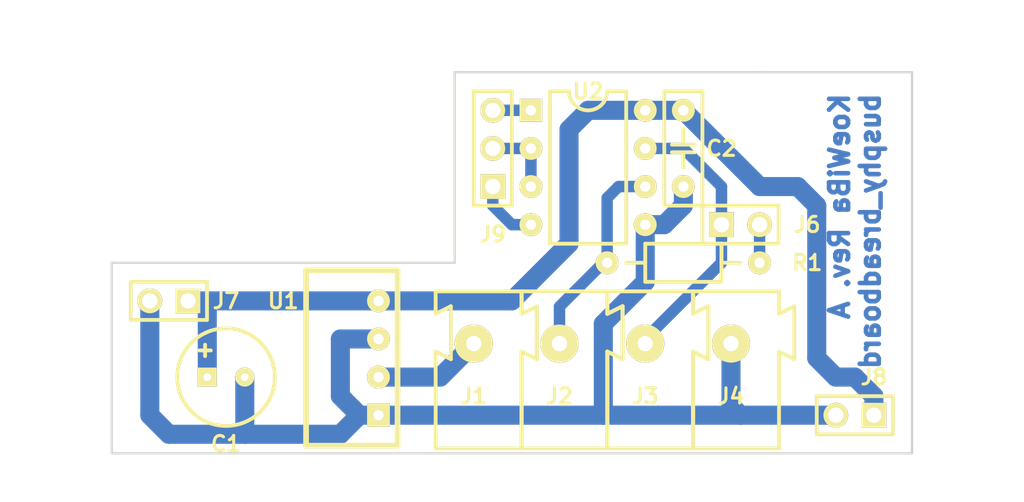
<source format=kicad_pcb>
(kicad_pcb (version 20211014) (generator pcbnew)
  (title_block (title "busphy_breadboard") (rev "A") (company "Koewiba"))
  (layers (0 "F.Cu" signal) (31 "B.Cu" signal) (34 "B.Paste" user) (35 "F.Paste" user) (36 "B.SilkS" user) (37 "F.SilkS" user) (38 "B.Mask" user) (39 "F.Mask" user) (44 "Edge.Cuts" user))
  (net 0 "")
  (net 1 "/+24")
  (net 2 "/Bus-A")
  (net 3 "/Bus-B")
  (net 4 "GND")
  (net 5 "N-000001")
  (net 6 "N-000005")
  (net 7 "N-000006")
  (net 8 "N-000007")
  (net 9 "VCC")
  (footprint "WAGO243" (layer "F.Cu") (at 133.35 126.365)
    (fp_text reference "J1" (at 2.54 6.985) (layer "F.SilkS") (effects (font (size 1.016 1.016) (thickness 0.2032))))
    (fp_text value "CONN_1" hide)
    (fp_line (start 0 1.4986) (end 1.016 0.9906) (layer "F.SilkS") (width 0.254))
    (fp_line (start 5.7404 0) (end 5.7404 1.4986) (layer "F.SilkS") (width 0.254))
    (fp_line (start 5.7404 10.4648) (end 0 10.4648) (layer "F.SilkS") (width 0.254))
    (fp_line (start 6.7564 4.5212) (end 5.7404 4.0132) (layer "F.SilkS") (width 0.254))
    (fp_line (start 1.016 4.5212) (end 0 4.0132) (layer "F.SilkS") (width 0.254))
    (fp_line (start 0 0) (end 5.7404 0) (layer "F.SilkS") (width 0.254))
    (fp_line (start 5.7404 10.4648) (end 5.7404 4.0132) (layer "F.SilkS") (width 0.254))
    (fp_line (start 6.7564 0.9906) (end 6.7564 4.5212) (layer "F.SilkS") (width 0.254))
    (fp_line (start 0 0) (end 0 1.4986) (layer "F.SilkS") (width 0.254))
    (fp_line (start 5.7404 1.4986) (end 6.7564 0.9906) (layer "F.SilkS") (width 0.254))
    (fp_line (start 0 10.4648) (end 0 4.0132) (layer "F.SilkS") (width 0.254))
    (fp_line (start 1.016 0.9906) (end 1.016 4.5212) (layer "F.SilkS") (width 0.254))
    (pad "1" thru_hole circle locked (at 2.54 3.4798) (size 2.54 2.54) (drill 1.016) (layers *.Cu *.Mask "F.SilkS") (net 1 "/+24"))
  )
  (footprint "WAGO243" (layer "F.Cu") (at 139.065 126.365)
    (fp_text reference "J2" (at 2.54 6.985) (layer "F.SilkS") (effects (font (size 1.016 1.016) (thickness 0.2032))))
    (fp_text value "CONN_1" hide)
    (fp_line (start 1.016 0.9906) (end 1.016 4.5212) (layer "F.SilkS") (width 0.254))
    (fp_line (start 1.016 4.5212) (end 0 4.0132) (layer "F.SilkS") (width 0.254))
    (fp_line (start 0 0) (end 0 1.4986) (layer "F.SilkS") (width 0.254))
    (fp_line (start 0 1.4986) (end 1.016 0.9906) (layer "F.SilkS") (width 0.254))
    (fp_line (start 5.7404 0) (end 5.7404 1.4986) (layer "F.SilkS") (width 0.254))
    (fp_line (start 0 0) (end 5.7404 0) (layer "F.SilkS") (width 0.254))
    (fp_line (start 0 10.4648) (end 0 4.0132) (layer "F.SilkS") (width 0.254))
    (fp_line (start 5.7404 10.4648) (end 5.7404 4.0132) (layer "F.SilkS") (width 0.254))
    (fp_line (start 6.7564 0.9906) (end 6.7564 4.5212) (layer "F.SilkS") (width 0.254))
    (fp_line (start 6.7564 4.5212) (end 5.7404 4.0132) (layer "F.SilkS") (width 0.254))
    (fp_line (start 5.7404 1.4986) (end 6.7564 0.9906) (layer "F.SilkS") (width 0.254))
    (fp_line (start 5.7404 10.4648) (end 0 10.4648) (layer "F.SilkS") (width 0.254))
    (pad "1" thru_hole circle locked (at 2.54 3.4798) (size 2.54 2.54) (drill 1.016) (layers *.Cu *.Mask "F.SilkS") (net 2 "/Bus-A"))
  )
  (footprint "WAGO243" (layer "F.Cu") (at 144.78 126.365)
    (fp_text reference "J3" (at 2.54 6.985) (layer "F.SilkS") (effects (font (size 1.016 1.016) (thickness 0.2032))))
    (fp_text value "CONN_1" hide)
    (fp_line (start 5.7404 10.4648) (end 5.7404 4.0132) (layer "F.SilkS") (width 0.254))
    (fp_line (start 1.016 4.5212) (end 0 4.0132) (layer "F.SilkS") (width 0.254))
    (fp_line (start 5.7404 10.4648) (end 0 10.4648) (layer "F.SilkS") (width 0.254))
    (fp_line (start 5.7404 0) (end 5.7404 1.4986) (layer "F.SilkS") (width 0.254))
    (fp_line (start 0 0) (end 0 1.4986) (layer "F.SilkS") (width 0.254))
    (fp_line (start 0 10.4648) (end 0 4.0132) (layer "F.SilkS") (width 0.254))
    (fp_line (start 0 1.4986) (end 1.016 0.9906) (layer "F.SilkS") (width 0.254))
    (fp_line (start 5.7404 1.4986) (end 6.7564 0.9906) (layer "F.SilkS") (width 0.254))
    (fp_line (start 1.016 0.9906) (end 1.016 4.5212) (layer "F.SilkS") (width 0.254))
    (fp_line (start 6.7564 4.5212) (end 5.7404 4.0132) (layer "F.SilkS") (width 0.254))
    (fp_line (start 6.7564 0.9906) (end 6.7564 4.5212) (layer "F.SilkS") (width 0.254))
    (fp_line (start 0 0) (end 5.7404 0) (layer "F.SilkS") (width 0.254))
    (pad "1" thru_hole circle locked (at 2.54 3.4798) (size 2.54 2.54) (drill 1.016) (layers *.Cu *.Mask "F.SilkS") (net 3 "/Bus-B"))
  )
  (footprint "WAGO243" (layer "F.Cu") (at 150.495 126.365)
    (fp_text reference "J4" (at 2.54 6.985) (layer "F.SilkS") (effects (font (size 1.016 1.016) (thickness 0.2032))))
    (fp_text value "CONN_1" hide)
    (fp_line (start 0 0) (end 5.7404 0) (layer "F.SilkS") (width 0.254))
    (fp_line (start 0 1.4986) (end 1.016 0.9906) (layer "F.SilkS") (width 0.254))
    (fp_line (start 5.7404 10.4648) (end 5.7404 4.0132) (layer "F.SilkS") (width 0.254))
    (fp_line (start 6.7564 0.9906) (end 6.7564 4.5212) (layer "F.SilkS") (width 0.254))
    (fp_line (start 5.7404 0) (end 5.7404 1.4986) (layer "F.SilkS") (width 0.254))
    (fp_line (start 0 10.4648) (end 0 4.0132) (layer "F.SilkS") (width 0.254))
    (fp_line (start 5.7404 1.4986) (end 6.7564 0.9906) (layer "F.SilkS") (width 0.254))
    (fp_line (start 0 0) (end 0 1.4986) (layer "F.SilkS") (width 0.254))
    (fp_line (start 5.7404 10.4648) (end 0 10.4648) (layer "F.SilkS") (width 0.254))
    (fp_line (start 1.016 0.9906) (end 1.016 4.5212) (layer "F.SilkS") (width 0.254))
    (fp_line (start 6.7564 4.5212) (end 5.7404 4.0132) (layer "F.SilkS") (width 0.254))
    (fp_line (start 1.016 4.5212) (end 0 4.0132) (layer "F.SilkS") (width 0.254))
    (pad "1" thru_hole circle locked (at 2.54 3.4798) (size 2.54 2.54) (drill 1.016) (layers *.Cu *.Mask "F.SilkS") (net 4 "GND"))
  )
  (footprint "HEADER_3x1" (layer "F.Cu") (at 137.16 119.38 90)
    (fp_text reference "J9" (at -3.175 0 180) (layer "F.SilkS") (effects (font (size 1.016 1.016) (thickness 0.2032))))
    (fp_text value "CONN_3X1" hide)
    (fp_line (start 6.35 1.27) (end -1.27 1.27) (layer "F.SilkS") (width 0.254))
    (fp_line (start 6.35 -1.27) (end 6.35 1.27) (layer "F.SilkS") (width 0.254))
    (fp_line (start -1.27 1.27) (end -1.27 -1.27) (layer "F.SilkS") (width 0.254))
    (fp_line (start -1.27 -1.27) (end 6.35 -1.27) (layer "F.SilkS") (width 0.254))
    (pad "1" thru_hole rect locked (at 0 0 90) (size 1.651 1.651) (drill 1.016) (layers *.Cu *.Mask "F.SilkS") (net 7 "N-000006"))
    (pad "2" thru_hole circle locked (at 2.54 0 90) (size 1.651 1.651) (drill 1.016) (layers *.Cu *.Mask "F.SilkS") (net 5 "N-000001"))
    (pad "3" thru_hole circle locked (at 5.08 0 90) (size 1.651 1.651) (drill 1.016) (layers *.Cu *.Mask "F.SilkS") (net 6 "N-000005"))
  )
  (footprint "HEADER_2x1" (layer "F.Cu") (at 152.4 121.92)
    (fp_text reference "J6" (at 5.715 0) (layer "F.SilkS") (effects (font (size 1.016 1.016) (thickness 0.2032))))
    (fp_text value "JUMPER" hide)
    (fp_line (start -1.27 1.27) (end -1.27 -1.27) (layer "F.SilkS") (width 0.254))
    (fp_line (start 3.81 1.27) (end -1.27 1.27) (layer "F.SilkS") (width 0.254))
    (fp_line (start -1.27 -1.27) (end 3.81 -1.27) (layer "F.SilkS") (width 0.254))
    (fp_line (start 3.81 -1.27) (end 3.81 1.27) (layer "F.SilkS") (width 0.254))
    (pad "1" thru_hole rect locked (at 0 0) (size 1.651 1.651) (drill 1.016) (layers *.Cu *.Mask "F.SilkS") (net 3 "/Bus-B"))
    (pad "2" thru_hole circle locked (at 2.54 0) (size 1.651 1.651) (drill 1.016) (layers *.Cu *.Mask "F.SilkS") (net 8 "N-000007"))
  )
  (footprint "HEADER_2x1" (layer "F.Cu") (at 116.84 127 180)
    (fp_text reference "J7" (at -2.54 0 180) (layer "F.SilkS") (effects (font (size 1.016 1.016) (thickness 0.2032))))
    (fp_text value "CONN_2X1" hide)
    (fp_line (start -1.27 1.27) (end -1.27 -1.27) (layer "F.SilkS") (width 0.254))
    (fp_line (start 3.81 -1.27) (end 3.81 1.27) (layer "F.SilkS") (width 0.254))
    (fp_line (start -1.27 -1.27) (end 3.81 -1.27) (layer "F.SilkS") (width 0.254))
    (fp_line (start 3.81 1.27) (end -1.27 1.27) (layer "F.SilkS") (width 0.254))
    (pad "1" thru_hole rect locked (at 0 0 180) (size 1.651 1.651) (drill 1.016) (layers *.Cu *.Mask "F.SilkS") (net 9 "VCC"))
    (pad "2" thru_hole circle locked (at 2.54 0 180) (size 1.651 1.651) (drill 1.016) (layers *.Cu *.Mask "F.SilkS") (net 4 "GND"))
  )
  (footprint "HEADER_2x1" (layer "F.Cu") (at 162.56 134.62 180)
    (fp_text reference "J8" (at 0 2.54 180) (layer "F.SilkS") (effects (font (size 1.016 1.016) (thickness 0.2032))))
    (fp_text value "CONN_2X1" hide)
    (fp_line (start -1.27 1.27) (end -1.27 -1.27) (layer "F.SilkS") (width 0.254))
    (fp_line (start -1.27 -1.27) (end 3.81 -1.27) (layer "F.SilkS") (width 0.254))
    (fp_line (start 3.81 1.27) (end -1.27 1.27) (layer "F.SilkS") (width 0.254))
    (fp_line (start 3.81 -1.27) (end 3.81 1.27) (layer "F.SilkS") (width 0.254))
    (pad "1" thru_hole rect locked (at 0 0 180) (size 1.651 1.651) (drill 1.016) (layers *.Cu *.Mask "F.SilkS") (net 9 "VCC"))
    (pad "2" thru_hole circle locked (at 2.54 0 180) (size 1.651 1.651) (drill 1.016) (layers *.Cu *.Mask "F.SilkS") (net 4 "GND"))
  )
  (footprint "DIP8" (layer "F.Cu") (at 139.7 114.3 -90)
    (fp_text reference "U2" (at -1.27 -3.81) (layer "F.SilkS") (effects (font (size 1.016 1.016) (thickness 0.2032))))
    (fp_text value "MAX487" hide)
    (fp_line (start -1.27 -1.27) (end -1.27 -2.54) (layer "F.SilkS") (width 0.254))
    (fp_line (start -1.27 -6.35) (end 8.89 -6.35) (layer "F.SilkS") (width 0.254))
    (fp_line (start 8.89 -1.27) (end -1.27 -1.27) (layer "F.SilkS") (width 0.254))
    (fp_line (start 8.89 -6.35) (end 8.89 -1.27) (layer "F.SilkS") (width 0.254))
    (fp_line (start -1.27 -5.08) (end -1.27 -6.35) (layer "F.SilkS") (width 0.254))
    (fp_arc (start -1.27 -5.08) (mid -0.371974 -4.708026) (end 0 -3.81) (layer "F.SilkS") (width 0.254))
    (fp_arc (start 0 -3.81) (mid -0.371974 -2.911974) (end -1.27 -2.54) (layer "F.SilkS") (width 0.254))
    (pad "1" thru_hole rect locked (at 0 0 270) (size 1.524 1.524) (drill 0.6858) (layers *.Cu *.Mask "F.SilkS") (net 6 "N-000005"))
    (pad "2" thru_hole circle locked (at 2.54 0 270) (size 1.524 1.524) (drill 0.6858) (layers *.Cu *.Mask "F.SilkS") (net 5 "N-000001"))
    (pad "3" thru_hole circle locked (at 5.08 0 270) (size 1.524 1.524) (drill 0.6858) (layers *.Cu *.Mask "F.SilkS") (net 5 "N-000001"))
    (pad "4" thru_hole circle locked (at 7.62 0 270) (size 1.524 1.524) (drill 0.6858) (layers *.Cu *.Mask "F.SilkS") (net 7 "N-000006"))
    (pad "5" thru_hole circle locked (at 7.62 -7.62 270) (size 1.524 1.524) (drill 0.6858) (layers *.Cu *.Mask "F.SilkS") (net 4 "GND"))
    (pad "6" thru_hole circle locked (at 5.08 -7.62 270) (size 1.524 1.524) (drill 0.6858) (layers *.Cu *.Mask "F.SilkS") (net 2 "/Bus-A"))
    (pad "7" thru_hole circle locked (at 2.54 -7.62 270) (size 1.524 1.524) (drill 0.6858) (layers *.Cu *.Mask "F.SilkS") (net 3 "/Bus-B"))
    (pad "8" thru_hole circle locked (at 0 -7.62 270) (size 1.524 1.524) (drill 0.6858) (layers *.Cu *.Mask "F.SilkS") (net 9 "VCC"))
  )
  (footprint "cp_r_2.5_6.5" (layer "F.Cu") (at 119.38 132.08)
    (fp_text reference "C1" (at 0 4.445) (layer "F.SilkS") (effects (font (size 1.016 1.016) (thickness 0.2032))))
    (fp_text value "10µF" hide)
    (fp_line (start -1.778 -1.778) (end -1.016 -1.778) (layer "F.SilkS") (width 0.254))
    (fp_line (start -1.397 -1.397) (end -1.397 -2.159) (layer "F.SilkS") (width 0.254))
    (fp_circle (center 0 0) (end 3.2512 0) (layer "F.SilkS") (width 0.254) (fill none))
    (pad "1" thru_hole rect locked (at -1.24968 0) (size 1.27 1.27) (drill 0.508) (layers *.Cu *.Mask "F.SilkS") (net 9 "VCC"))
    (pad "2" thru_hole circle locked (at 1.24968 0) (size 1.27 1.27) (drill 0.508) (layers *.Cu *.Mask "F.SilkS") (net 4 "GND"))
  )
  (footprint "C200" (layer "F.Cu") (at 149.86 114.3 -90)
    (fp_text reference "C2" (at 2.54 -2.54) (layer "F.SilkS") (effects (font (size 1.016 1.016) (thickness 0.2032))))
    (fp_text value "100nF" hide)
    (fp_line (start 6.35 1.27) (end 6.35 -1.27) (layer "F.SilkS") (width 0.254))
    (fp_line (start 6.35 -1.27) (end -1.27 -1.27) (layer "F.SilkS") (width 0.254))
    (fp_line (start 2.794 -0.762) (end 2.794 0.762) (layer "F.SilkS") (width 0.254))
    (fp_line (start 2.286 -0.762) (end 2.286 0.762) (layer "F.SilkS") (width 0.254))
    (fp_line (start -1.27 1.27) (end 6.35 1.27) (layer "F.SilkS") (width 0.254))
    (fp_line (start -1.27 -1.27) (end -1.27 1.27) (layer "F.SilkS") (width 0.254))
    (fp_line (start 2.794 0) (end 3.81 0) (layer "F.SilkS") (width 0.254))
    (fp_line (start 2.286 0) (end 1.27 0) (layer "F.SilkS") (width 0.254))
    (pad "1" thru_hole circle locked (at 0 0 270) (size 1.524 1.524) (drill 0.6858) (layers *.Cu *.Mask "F.SilkS") (net 9 "VCC"))
    (pad "2" thru_hole circle locked (at 5.08 0 270) (size 1.524 1.524) (drill 0.6858) (layers *.Cu *.Mask "F.SilkS") (net 4 "GND"))
  )
  (footprint "AM1S-XXXX_SIL4" (layer "F.Cu") (at 129.54 134.62 90)
    (fp_text reference "U1" (at 7.62 -6.35 180) (layer "F.SilkS") (effects (font (size 1.016 1.016) (thickness 0.2032))))
    (fp_text value "AM1S-2405" hide)
    (fp_line (start 9.652 1.27) (end 9.652 -4.826) (layer "F.SilkS") (width 0.381))
    (fp_line (start -2.032 -4.826) (end -2.032 1.27) (layer "F.SilkS") (width 0.381))
    (fp_line (start 9.652 -4.826) (end -2.032 -4.826) (layer "F.SilkS") (width 0.381))
    (fp_line (start -2.032 1.27) (end 9.652 1.27) (layer "F.SilkS") (width 0.381))
    (pad "1" thru_hole rect locked (at 0 0 90) (size 1.524 1.524) (drill 0.6858) (layers *.Cu *.Mask "F.SilkS") (net 4 "GND"))
    (pad "2" thru_hole circle locked (at 2.54 0 90) (size 1.524 1.524) (drill 0.6858) (layers *.Cu *.Mask "F.SilkS") (net 1 "/+24"))
    (pad "3" thru_hole circle locked (at 5.08 0 90) (size 1.524 1.524) (drill 0.6858) (layers *.Cu *.Mask "F.SilkS") (net 4 "GND"))
    (pad "4" thru_hole circle locked (at 7.62 0 90) (size 1.524 1.524) (drill 0.6858) (layers *.Cu *.Mask "F.SilkS") (net 9 "VCC"))
  )
  (footprint "R400" (layer "F.Cu") (at 144.78 124.46)
    (fp_text reference "R1" (at 13.335 0) (layer "F.SilkS") (effects (font (size 1.016 1.016) (thickness 0.2032))))
    (fp_text value "120R" hide)
    (fp_line (start 2.54 0) (end 1.27 0) (layer "F.SilkS") (width 0.254))
    (fp_line (start 7.62 1.27) (end 2.54 1.27) (layer "F.SilkS") (width 0.254))
    (fp_line (start 7.62 -1.27) (end 7.62 0) (layer "F.SilkS") (width 0.254))
    (fp_line (start 7.62 -1.27) (end 7.62 1.27) (layer "F.SilkS") (width 0.254))
    (fp_line (start 2.54 1.27) (end 2.54 -1.27) (layer "F.SilkS") (width 0.254))
    (fp_line (start 7.62 0) (end 8.89 0) (layer "F.SilkS") (width 0.254))
    (fp_line (start 2.54 -1.27) (end 7.62 -1.27) (layer "F.SilkS") (width 0.254))
    (pad "1" thru_hole circle locked (at 0 0) (size 1.524 1.524) (drill 0.6858) (layers *.Cu *.Mask "F.SilkS") (net 2 "/Bus-A"))
    (pad "2" thru_hole circle locked (at 10.16 0) (size 1.524 1.524) (drill 0.6858) (layers *.Cu *.Mask "F.SilkS") (net 8 "N-000007"))
  )
  (gr_line (start 154.94 111.76) (end 134.62 111.76) (layer "Edge.Cuts") (width 0.15))
  (gr_line (start 111.76 137.16) (end 111.76 124.46) (layer "Edge.Cuts") (width 0.15))
  (gr_line (start 165.1 111.76) (end 165.1 116.84) (layer "Edge.Cuts") (width 0.15))
  (gr_line (start 165.1 118.11) (end 165.1 116.84) (layer "Edge.Cuts") (width 0.15))
  (gr_line (start 134.62 111.76) (end 134.62 124.46) (layer "Edge.Cuts") (width 0.15))
  (gr_line (start 165.1 137.16) (end 165.1 124.46) (layer "Edge.Cuts") (width 0.15))
  (gr_line (start 165.1 119.38) (end 165.1 124.46) (layer "Edge.Cuts") (width 0.15))
  (gr_line (start 165.1 137.16) (end 111.76 137.16) (layer "Edge.Cuts") (width 0.15))
  (gr_line (start 165.1 119.38) (end 165.1 118.11) (layer "Edge.Cuts") (width 0.15))
  (gr_line (start 154.94 111.76) (end 165.1 111.76) (layer "Edge.Cuts") (width 0.15))
  (gr_line (start 111.76 124.46) (end 134.62 124.46) (layer "Edge.Cuts") (width 0.15))
  (gr_text "KoeWiBa Rev. A\nbusphy_breadboard" (at 161.29 113.03 90) (layer "B.Cu") (effects (font (size 1.27 1.27) (thickness 0.3048)) (justify left mirror)))
  (segment (start 133.6548 132.08) (end 135.89 129.8448) (width 1.27) (layer "B.Cu") (net 1))
  (segment (start 129.54 132.08) (end 133.6548 132.08) (width 1.27) (layer "B.Cu") (net 1))
  (segment (start 145.542 119.38) (end 144.78 120.142) (width 0.762) (layer "B.Cu") (net 2))
  (segment (start 144.78 120.142) (end 144.78 124.46) (width 0.762) (layer "B.Cu") (net 2))
  (segment (start 144.526 124.46) (end 141.605 127.381) (width 0.762) (layer "B.Cu") (net 2))
  (segment (start 141.605 127.381) (end 141.605 129.8448) (width 0.762) (layer "B.Cu") (net 2))
  (segment (start 147.32 119.38) (end 145.542 119.38) (width 0.762) (layer "B.Cu") (net 2))
  (segment (start 144.78 124.46) (end 144.526 124.46) (width 0.762) (layer "B.Cu") (net 2))
  (segment (start 147.32 129.54) (end 152.4 124.46) (width 0.762) (layer "B.Cu") (net 3))
  (segment (start 152.4 124.46) (end 152.4 121.92) (width 0.762) (layer "B.Cu") (net 3))
  (segment (start 149.86 116.84) (end 152.4 119.38) (width 0.762) (layer "B.Cu") (net 3))
  (segment (start 149.86 116.84) (end 147.32 116.84) (width 0.762) (layer "B.Cu") (net 3))
  (segment (start 147.32 129.8448) (end 147.32 129.54) (width 0.762) (layer "B.Cu") (net 3))
  (segment (start 152.4 121.92) (end 152.4 119.38) (width 0.762) (layer "B.Cu") (net 3))
  (segment (start 153.67 134.62) (end 153.035 133.985) (width 1.27) (layer "B.Cu") (net 4))
  (segment (start 153.035 133.985) (end 153.035 129.8448) (width 1.27) (layer "B.Cu") (net 4))
  (segment (start 128.27 134.62) (end 127 133.35) (width 1.27) (layer "B.Cu") (net 4))
  (segment (start 127 133.35) (end 127 129.54) (width 1.27) (layer "B.Cu") (net 4))
  (segment (start 147.32 125.73) (end 144.526 128.524) (width 1.27) (layer "B.Cu") (net 4))
  (segment (start 144.526 128.524) (end 144.526 134.62) (width 1.27) (layer "B.Cu") (net 4))
  (segment (start 144.526 134.62) (end 153.67 134.62) (width 1.27) (layer "B.Cu") (net 4))
  (segment (start 149.86 120.65) (end 148.59 121.92) (width 1.27) (layer "B.Cu") (net 4))
  (segment (start 148.59 121.92) (end 147.32 121.92) (width 1.27) (layer "B.Cu") (net 4))
  (segment (start 114.3 134.62) (end 115.57 135.89) (width 1.27) (layer "B.Cu") (net 4))
  (segment (start 115.57 135.89) (end 120.65 135.89) (width 1.27) (layer "B.Cu") (net 4))
  (segment (start 127 135.89) (end 128.27 134.62) (width 1.27) (layer "B.Cu") (net 4))
  (segment (start 120.62968 135.89) (end 120.65 135.89) (width 1.27) (layer "B.Cu") (net 4))
  (segment (start 120.65 135.89) (end 127 135.89) (width 1.27) (layer "B.Cu") (net 4))
  (segment (start 160.02 134.62) (end 153.67 134.62) (width 1.27) (layer "B.Cu") (net 4))
  (segment (start 147.32 121.92) (end 147.32 125.73) (width 1.27) (layer "B.Cu") (net 4))
  (segment (start 149.86 119.38) (end 149.86 120.65) (width 1.27) (layer "B.Cu") (net 4))
  (segment (start 129.54 134.62) (end 128.27 134.62) (width 1.27) (layer "B.Cu") (net 4))
  (segment (start 129.54 129.54) (end 127 129.54) (width 1.27) (layer "B.Cu") (net 4))
  (segment (start 120.62968 132.08) (end 120.62968 135.89) (width 1.27) (layer "B.Cu") (net 4))
  (segment (start 129.54 134.62) (end 144.526 134.62) (width 1.27) (layer "B.Cu") (net 4))
  (segment (start 114.3 127) (end 114.3 134.62) (width 1.27) (layer "B.Cu") (net 4))
  (segment (start 139.7 119.38) (end 139.7 116.84) (width 0.762) (layer "B.Cu") (net 5))
  (segment (start 137.16 116.84) (end 139.7 116.84) (width 0.762) (layer "B.Cu") (net 5))
  (segment (start 137.16 114.3) (end 139.7 114.3) (width 0.762) (layer "B.Cu") (net 6))
  (segment (start 138.43 121.92) (end 137.16 120.65) (width 0.762) (layer "B.Cu") (net 7))
  (segment (start 137.16 120.65) (end 137.16 119.38) (width 0.762) (layer "B.Cu") (net 7))
  (segment (start 139.7 121.92) (end 138.43 121.92) (width 0.762) (layer "B.Cu") (net 7))
  (segment (start 154.94 121.92) (end 154.94 124.46) (width 0.762) (layer "B.Cu") (net 8))
  (segment (start 138.43 127) (end 142.24 123.19) (width 1.27) (layer "B.Cu") (net 9))
  (segment (start 142.24 123.19) (end 142.24 115.57) (width 1.27) (layer "B.Cu") (net 9))
  (segment (start 142.24 115.57) (end 143.51 114.3) (width 1.27) (layer "B.Cu") (net 9))
  (segment (start 143.51 114.3) (end 147.32 114.3) (width 1.27) (layer "B.Cu") (net 9))
  (segment (start 154.94 119.38) (end 157.48 119.38) (width 1.27) (layer "B.Cu") (net 9))
  (segment (start 157.48 119.38) (end 158.75 120.65) (width 1.27) (layer "B.Cu") (net 9))
  (segment (start 158.75 120.65) (end 158.75 130.81) (width 1.27) (layer "B.Cu") (net 9))
  (segment (start 158.75 130.81) (end 160.02 132.08) (width 1.27) (layer "B.Cu") (net 9))
  (segment (start 160.02 132.08) (end 161.29 132.08) (width 1.27) (layer "B.Cu") (net 9))
  (segment (start 161.29 132.08) (end 162.56 133.35) (width 1.27) (layer "B.Cu") (net 9))
  (segment (start 162.56 133.35) (end 162.56 134.62) (width 1.27) (layer "B.Cu") (net 9))
  (segment (start 118.13032 127) (end 118.11 127) (width 1.27) (layer "B.Cu") (net 9))
  (segment (start 118.11 127) (end 116.84 127) (width 1.27) (layer "B.Cu") (net 9))
  (segment (start 118.13032 132.08) (end 118.13032 127) (width 1.27) (layer "B.Cu") (net 9))
  (segment (start 129.54 127) (end 138.43 127) (width 1.27) (layer "B.Cu") (net 9))
  (segment (start 149.86 114.3) (end 154.94 119.38) (width 1.27) (layer "B.Cu") (net 9))
  (segment (start 147.32 114.3) (end 149.86 114.3) (width 1.27) (layer "B.Cu") (net 9))
  (segment (start 129.54 127) (end 118.11 127) (width 1.27) (layer "B.Cu") (net 9))
)
</source>
